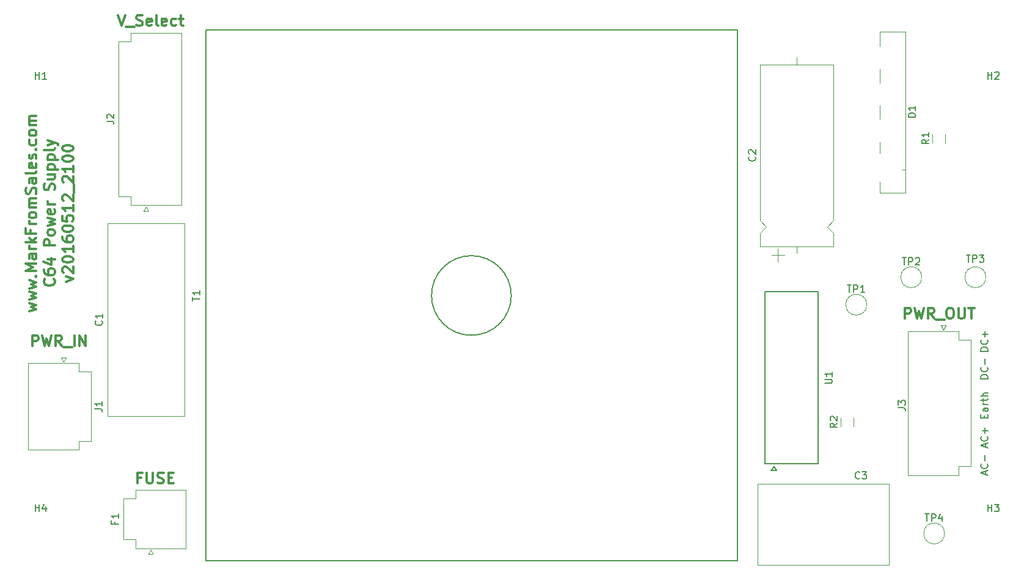
<source format=gbr>
G04 #@! TF.GenerationSoftware,KiCad,Pcbnew,(5.0.2)-1*
G04 #@! TF.CreationDate,2019-05-12T21:22:09-05:00*
G04 #@! TF.ProjectId,C64-Power-Supply,4336342d-506f-4776-9572-2d537570706c,0.1*
G04 #@! TF.SameCoordinates,Original*
G04 #@! TF.FileFunction,Legend,Top*
G04 #@! TF.FilePolarity,Positive*
%FSLAX46Y46*%
G04 Gerber Fmt 4.6, Leading zero omitted, Abs format (unit mm)*
G04 Created by KiCad (PCBNEW (5.0.2)-1) date 5/12/2019 9:22:09 PM*
%MOMM*%
%LPD*%
G01*
G04 APERTURE LIST*
%ADD10C,0.150000*%
%ADD11C,0.300000*%
%ADD12C,0.120000*%
G04 APERTURE END LIST*
D10*
X210748571Y-105854285D02*
X210748571Y-105520952D01*
X211272380Y-105378095D02*
X211272380Y-105854285D01*
X210272380Y-105854285D01*
X210272380Y-105378095D01*
X211272380Y-104520952D02*
X210748571Y-104520952D01*
X210653333Y-104568571D01*
X210605714Y-104663809D01*
X210605714Y-104854285D01*
X210653333Y-104949523D01*
X211224761Y-104520952D02*
X211272380Y-104616190D01*
X211272380Y-104854285D01*
X211224761Y-104949523D01*
X211129523Y-104997142D01*
X211034285Y-104997142D01*
X210939047Y-104949523D01*
X210891428Y-104854285D01*
X210891428Y-104616190D01*
X210843809Y-104520952D01*
X211272380Y-104044761D02*
X210605714Y-104044761D01*
X210796190Y-104044761D02*
X210700952Y-103997142D01*
X210653333Y-103949523D01*
X210605714Y-103854285D01*
X210605714Y-103759047D01*
X210605714Y-103568571D02*
X210605714Y-103187619D01*
X210272380Y-103425714D02*
X211129523Y-103425714D01*
X211224761Y-103378095D01*
X211272380Y-103282857D01*
X211272380Y-103187619D01*
X211272380Y-102854285D02*
X210272380Y-102854285D01*
X211272380Y-102425714D02*
X210748571Y-102425714D01*
X210653333Y-102473333D01*
X210605714Y-102568571D01*
X210605714Y-102711428D01*
X210653333Y-102806666D01*
X210700952Y-102854285D01*
X211272380Y-100440952D02*
X210272380Y-100440952D01*
X210272380Y-100202857D01*
X210320000Y-100060000D01*
X210415238Y-99964761D01*
X210510476Y-99917142D01*
X210700952Y-99869523D01*
X210843809Y-99869523D01*
X211034285Y-99917142D01*
X211129523Y-99964761D01*
X211224761Y-100060000D01*
X211272380Y-100202857D01*
X211272380Y-100440952D01*
X211177142Y-98869523D02*
X211224761Y-98917142D01*
X211272380Y-99060000D01*
X211272380Y-99155238D01*
X211224761Y-99298095D01*
X211129523Y-99393333D01*
X211034285Y-99440952D01*
X210843809Y-99488571D01*
X210700952Y-99488571D01*
X210510476Y-99440952D01*
X210415238Y-99393333D01*
X210320000Y-99298095D01*
X210272380Y-99155238D01*
X210272380Y-99060000D01*
X210320000Y-98917142D01*
X210367619Y-98869523D01*
X210891428Y-98440952D02*
X210891428Y-97679047D01*
X211272380Y-96630952D02*
X210272380Y-96630952D01*
X210272380Y-96392857D01*
X210320000Y-96250000D01*
X210415238Y-96154761D01*
X210510476Y-96107142D01*
X210700952Y-96059523D01*
X210843809Y-96059523D01*
X211034285Y-96107142D01*
X211129523Y-96154761D01*
X211224761Y-96250000D01*
X211272380Y-96392857D01*
X211272380Y-96630952D01*
X211177142Y-95059523D02*
X211224761Y-95107142D01*
X211272380Y-95250000D01*
X211272380Y-95345238D01*
X211224761Y-95488095D01*
X211129523Y-95583333D01*
X211034285Y-95630952D01*
X210843809Y-95678571D01*
X210700952Y-95678571D01*
X210510476Y-95630952D01*
X210415238Y-95583333D01*
X210320000Y-95488095D01*
X210272380Y-95345238D01*
X210272380Y-95250000D01*
X210320000Y-95107142D01*
X210367619Y-95059523D01*
X210891428Y-94630952D02*
X210891428Y-93869047D01*
X211272380Y-94250000D02*
X210510476Y-94250000D01*
X210986666Y-109942142D02*
X210986666Y-109465952D01*
X211272380Y-110037380D02*
X210272380Y-109704047D01*
X211272380Y-109370714D01*
X211177142Y-108465952D02*
X211224761Y-108513571D01*
X211272380Y-108656428D01*
X211272380Y-108751666D01*
X211224761Y-108894523D01*
X211129523Y-108989761D01*
X211034285Y-109037380D01*
X210843809Y-109085000D01*
X210700952Y-109085000D01*
X210510476Y-109037380D01*
X210415238Y-108989761D01*
X210320000Y-108894523D01*
X210272380Y-108751666D01*
X210272380Y-108656428D01*
X210320000Y-108513571D01*
X210367619Y-108465952D01*
X210891428Y-108037380D02*
X210891428Y-107275476D01*
X211272380Y-107656428D02*
X210510476Y-107656428D01*
X210986666Y-113752142D02*
X210986666Y-113275952D01*
X211272380Y-113847380D02*
X210272380Y-113514047D01*
X211272380Y-113180714D01*
X211177142Y-112275952D02*
X211224761Y-112323571D01*
X211272380Y-112466428D01*
X211272380Y-112561666D01*
X211224761Y-112704523D01*
X211129523Y-112799761D01*
X211034285Y-112847380D01*
X210843809Y-112895000D01*
X210700952Y-112895000D01*
X210510476Y-112847380D01*
X210415238Y-112799761D01*
X210320000Y-112704523D01*
X210272380Y-112561666D01*
X210272380Y-112466428D01*
X210320000Y-112323571D01*
X210367619Y-112275952D01*
X210891428Y-111847380D02*
X210891428Y-111085476D01*
D11*
X199755714Y-92118571D02*
X199755714Y-90618571D01*
X200327142Y-90618571D01*
X200470000Y-90690000D01*
X200541428Y-90761428D01*
X200612857Y-90904285D01*
X200612857Y-91118571D01*
X200541428Y-91261428D01*
X200470000Y-91332857D01*
X200327142Y-91404285D01*
X199755714Y-91404285D01*
X201112857Y-90618571D02*
X201470000Y-92118571D01*
X201755714Y-91047142D01*
X202041428Y-92118571D01*
X202398571Y-90618571D01*
X203827142Y-92118571D02*
X203327142Y-91404285D01*
X202970000Y-92118571D02*
X202970000Y-90618571D01*
X203541428Y-90618571D01*
X203684285Y-90690000D01*
X203755714Y-90761428D01*
X203827142Y-90904285D01*
X203827142Y-91118571D01*
X203755714Y-91261428D01*
X203684285Y-91332857D01*
X203541428Y-91404285D01*
X202970000Y-91404285D01*
X204112857Y-92261428D02*
X205255714Y-92261428D01*
X205898571Y-90618571D02*
X206184285Y-90618571D01*
X206327142Y-90690000D01*
X206470000Y-90832857D01*
X206541428Y-91118571D01*
X206541428Y-91618571D01*
X206470000Y-91904285D01*
X206327142Y-92047142D01*
X206184285Y-92118571D01*
X205898571Y-92118571D01*
X205755714Y-92047142D01*
X205612857Y-91904285D01*
X205541428Y-91618571D01*
X205541428Y-91118571D01*
X205612857Y-90832857D01*
X205755714Y-90690000D01*
X205898571Y-90618571D01*
X207184285Y-90618571D02*
X207184285Y-91832857D01*
X207255714Y-91975714D01*
X207327142Y-92047142D01*
X207470000Y-92118571D01*
X207755714Y-92118571D01*
X207898571Y-92047142D01*
X207970000Y-91975714D01*
X208041428Y-91832857D01*
X208041428Y-90618571D01*
X208541428Y-90618571D02*
X209398571Y-90618571D01*
X208970000Y-92118571D02*
X208970000Y-90618571D01*
X90714285Y-49978571D02*
X91214285Y-51478571D01*
X91714285Y-49978571D01*
X91857142Y-51621428D02*
X93000000Y-51621428D01*
X93285714Y-51407142D02*
X93500000Y-51478571D01*
X93857142Y-51478571D01*
X94000000Y-51407142D01*
X94071428Y-51335714D01*
X94142857Y-51192857D01*
X94142857Y-51050000D01*
X94071428Y-50907142D01*
X94000000Y-50835714D01*
X93857142Y-50764285D01*
X93571428Y-50692857D01*
X93428571Y-50621428D01*
X93357142Y-50550000D01*
X93285714Y-50407142D01*
X93285714Y-50264285D01*
X93357142Y-50121428D01*
X93428571Y-50050000D01*
X93571428Y-49978571D01*
X93928571Y-49978571D01*
X94142857Y-50050000D01*
X95357142Y-51407142D02*
X95214285Y-51478571D01*
X94928571Y-51478571D01*
X94785714Y-51407142D01*
X94714285Y-51264285D01*
X94714285Y-50692857D01*
X94785714Y-50550000D01*
X94928571Y-50478571D01*
X95214285Y-50478571D01*
X95357142Y-50550000D01*
X95428571Y-50692857D01*
X95428571Y-50835714D01*
X94714285Y-50978571D01*
X96285714Y-51478571D02*
X96142857Y-51407142D01*
X96071428Y-51264285D01*
X96071428Y-49978571D01*
X97428571Y-51407142D02*
X97285714Y-51478571D01*
X97000000Y-51478571D01*
X96857142Y-51407142D01*
X96785714Y-51264285D01*
X96785714Y-50692857D01*
X96857142Y-50550000D01*
X97000000Y-50478571D01*
X97285714Y-50478571D01*
X97428571Y-50550000D01*
X97500000Y-50692857D01*
X97500000Y-50835714D01*
X96785714Y-50978571D01*
X98785714Y-51407142D02*
X98642857Y-51478571D01*
X98357142Y-51478571D01*
X98214285Y-51407142D01*
X98142857Y-51335714D01*
X98071428Y-51192857D01*
X98071428Y-50764285D01*
X98142857Y-50621428D01*
X98214285Y-50550000D01*
X98357142Y-50478571D01*
X98642857Y-50478571D01*
X98785714Y-50550000D01*
X99214285Y-50478571D02*
X99785714Y-50478571D01*
X99428571Y-49978571D02*
X99428571Y-51264285D01*
X99500000Y-51407142D01*
X99642857Y-51478571D01*
X99785714Y-51478571D01*
X93920714Y-114192857D02*
X93420714Y-114192857D01*
X93420714Y-114978571D02*
X93420714Y-113478571D01*
X94135000Y-113478571D01*
X94706428Y-113478571D02*
X94706428Y-114692857D01*
X94777857Y-114835714D01*
X94849285Y-114907142D01*
X94992142Y-114978571D01*
X95277857Y-114978571D01*
X95420714Y-114907142D01*
X95492142Y-114835714D01*
X95563571Y-114692857D01*
X95563571Y-113478571D01*
X96206428Y-114907142D02*
X96420714Y-114978571D01*
X96777857Y-114978571D01*
X96920714Y-114907142D01*
X96992142Y-114835714D01*
X97063571Y-114692857D01*
X97063571Y-114550000D01*
X96992142Y-114407142D01*
X96920714Y-114335714D01*
X96777857Y-114264285D01*
X96492142Y-114192857D01*
X96349285Y-114121428D01*
X96277857Y-114050000D01*
X96206428Y-113907142D01*
X96206428Y-113764285D01*
X96277857Y-113621428D01*
X96349285Y-113550000D01*
X96492142Y-113478571D01*
X96849285Y-113478571D01*
X97063571Y-113550000D01*
X97706428Y-114192857D02*
X98206428Y-114192857D01*
X98420714Y-114978571D02*
X97706428Y-114978571D01*
X97706428Y-113478571D01*
X98420714Y-113478571D01*
X78835714Y-95928571D02*
X78835714Y-94428571D01*
X79407142Y-94428571D01*
X79550000Y-94500000D01*
X79621428Y-94571428D01*
X79692857Y-94714285D01*
X79692857Y-94928571D01*
X79621428Y-95071428D01*
X79550000Y-95142857D01*
X79407142Y-95214285D01*
X78835714Y-95214285D01*
X80192857Y-94428571D02*
X80550000Y-95928571D01*
X80835714Y-94857142D01*
X81121428Y-95928571D01*
X81478571Y-94428571D01*
X82907142Y-95928571D02*
X82407142Y-95214285D01*
X82050000Y-95928571D02*
X82050000Y-94428571D01*
X82621428Y-94428571D01*
X82764285Y-94500000D01*
X82835714Y-94571428D01*
X82907142Y-94714285D01*
X82907142Y-94928571D01*
X82835714Y-95071428D01*
X82764285Y-95142857D01*
X82621428Y-95214285D01*
X82050000Y-95214285D01*
X83192857Y-96071428D02*
X84335714Y-96071428D01*
X84692857Y-95928571D02*
X84692857Y-94428571D01*
X85407142Y-95928571D02*
X85407142Y-94428571D01*
X86264285Y-95928571D01*
X86264285Y-94428571D01*
X78408571Y-91077142D02*
X79408571Y-90791428D01*
X78694285Y-90505714D01*
X79408571Y-90220000D01*
X78408571Y-89934285D01*
X78408571Y-89505714D02*
X79408571Y-89220000D01*
X78694285Y-88934285D01*
X79408571Y-88648571D01*
X78408571Y-88362857D01*
X78408571Y-87934285D02*
X79408571Y-87648571D01*
X78694285Y-87362857D01*
X79408571Y-87077142D01*
X78408571Y-86791428D01*
X79265714Y-86220000D02*
X79337142Y-86148571D01*
X79408571Y-86220000D01*
X79337142Y-86291428D01*
X79265714Y-86220000D01*
X79408571Y-86220000D01*
X79408571Y-85505714D02*
X77908571Y-85505714D01*
X78980000Y-85005714D01*
X77908571Y-84505714D01*
X79408571Y-84505714D01*
X79408571Y-83148571D02*
X78622857Y-83148571D01*
X78480000Y-83220000D01*
X78408571Y-83362857D01*
X78408571Y-83648571D01*
X78480000Y-83791428D01*
X79337142Y-83148571D02*
X79408571Y-83291428D01*
X79408571Y-83648571D01*
X79337142Y-83791428D01*
X79194285Y-83862857D01*
X79051428Y-83862857D01*
X78908571Y-83791428D01*
X78837142Y-83648571D01*
X78837142Y-83291428D01*
X78765714Y-83148571D01*
X79408571Y-82434285D02*
X78408571Y-82434285D01*
X78694285Y-82434285D02*
X78551428Y-82362857D01*
X78480000Y-82291428D01*
X78408571Y-82148571D01*
X78408571Y-82005714D01*
X79408571Y-81505714D02*
X77908571Y-81505714D01*
X78837142Y-81362857D02*
X79408571Y-80934285D01*
X78408571Y-80934285D02*
X78980000Y-81505714D01*
X78622857Y-79791428D02*
X78622857Y-80291428D01*
X79408571Y-80291428D02*
X77908571Y-80291428D01*
X77908571Y-79577142D01*
X79408571Y-79005714D02*
X78408571Y-79005714D01*
X78694285Y-79005714D02*
X78551428Y-78934285D01*
X78480000Y-78862857D01*
X78408571Y-78720000D01*
X78408571Y-78577142D01*
X79408571Y-77862857D02*
X79337142Y-78005714D01*
X79265714Y-78077142D01*
X79122857Y-78148571D01*
X78694285Y-78148571D01*
X78551428Y-78077142D01*
X78480000Y-78005714D01*
X78408571Y-77862857D01*
X78408571Y-77648571D01*
X78480000Y-77505714D01*
X78551428Y-77434285D01*
X78694285Y-77362857D01*
X79122857Y-77362857D01*
X79265714Y-77434285D01*
X79337142Y-77505714D01*
X79408571Y-77648571D01*
X79408571Y-77862857D01*
X79408571Y-76720000D02*
X78408571Y-76720000D01*
X78551428Y-76720000D02*
X78480000Y-76648571D01*
X78408571Y-76505714D01*
X78408571Y-76291428D01*
X78480000Y-76148571D01*
X78622857Y-76077142D01*
X79408571Y-76077142D01*
X78622857Y-76077142D02*
X78480000Y-76005714D01*
X78408571Y-75862857D01*
X78408571Y-75648571D01*
X78480000Y-75505714D01*
X78622857Y-75434285D01*
X79408571Y-75434285D01*
X79337142Y-74791428D02*
X79408571Y-74577142D01*
X79408571Y-74220000D01*
X79337142Y-74077142D01*
X79265714Y-74005714D01*
X79122857Y-73934285D01*
X78980000Y-73934285D01*
X78837142Y-74005714D01*
X78765714Y-74077142D01*
X78694285Y-74220000D01*
X78622857Y-74505714D01*
X78551428Y-74648571D01*
X78480000Y-74720000D01*
X78337142Y-74791428D01*
X78194285Y-74791428D01*
X78051428Y-74720000D01*
X77980000Y-74648571D01*
X77908571Y-74505714D01*
X77908571Y-74148571D01*
X77980000Y-73934285D01*
X79408571Y-72648571D02*
X78622857Y-72648571D01*
X78480000Y-72720000D01*
X78408571Y-72862857D01*
X78408571Y-73148571D01*
X78480000Y-73291428D01*
X79337142Y-72648571D02*
X79408571Y-72791428D01*
X79408571Y-73148571D01*
X79337142Y-73291428D01*
X79194285Y-73362857D01*
X79051428Y-73362857D01*
X78908571Y-73291428D01*
X78837142Y-73148571D01*
X78837142Y-72791428D01*
X78765714Y-72648571D01*
X79408571Y-71720000D02*
X79337142Y-71862857D01*
X79194285Y-71934285D01*
X77908571Y-71934285D01*
X79337142Y-70577142D02*
X79408571Y-70720000D01*
X79408571Y-71005714D01*
X79337142Y-71148571D01*
X79194285Y-71220000D01*
X78622857Y-71220000D01*
X78480000Y-71148571D01*
X78408571Y-71005714D01*
X78408571Y-70720000D01*
X78480000Y-70577142D01*
X78622857Y-70505714D01*
X78765714Y-70505714D01*
X78908571Y-71220000D01*
X79337142Y-69934285D02*
X79408571Y-69791428D01*
X79408571Y-69505714D01*
X79337142Y-69362857D01*
X79194285Y-69291428D01*
X79122857Y-69291428D01*
X78980000Y-69362857D01*
X78908571Y-69505714D01*
X78908571Y-69720000D01*
X78837142Y-69862857D01*
X78694285Y-69934285D01*
X78622857Y-69934285D01*
X78480000Y-69862857D01*
X78408571Y-69720000D01*
X78408571Y-69505714D01*
X78480000Y-69362857D01*
X79265714Y-68648571D02*
X79337142Y-68577142D01*
X79408571Y-68648571D01*
X79337142Y-68720000D01*
X79265714Y-68648571D01*
X79408571Y-68648571D01*
X79337142Y-67291428D02*
X79408571Y-67434285D01*
X79408571Y-67720000D01*
X79337142Y-67862857D01*
X79265714Y-67934285D01*
X79122857Y-68005714D01*
X78694285Y-68005714D01*
X78551428Y-67934285D01*
X78480000Y-67862857D01*
X78408571Y-67720000D01*
X78408571Y-67434285D01*
X78480000Y-67291428D01*
X79408571Y-66434285D02*
X79337142Y-66577142D01*
X79265714Y-66648571D01*
X79122857Y-66720000D01*
X78694285Y-66720000D01*
X78551428Y-66648571D01*
X78480000Y-66577142D01*
X78408571Y-66434285D01*
X78408571Y-66220000D01*
X78480000Y-66077142D01*
X78551428Y-66005714D01*
X78694285Y-65934285D01*
X79122857Y-65934285D01*
X79265714Y-66005714D01*
X79337142Y-66077142D01*
X79408571Y-66220000D01*
X79408571Y-66434285D01*
X79408571Y-65291428D02*
X78408571Y-65291428D01*
X78551428Y-65291428D02*
X78480000Y-65220000D01*
X78408571Y-65077142D01*
X78408571Y-64862857D01*
X78480000Y-64720000D01*
X78622857Y-64648571D01*
X79408571Y-64648571D01*
X78622857Y-64648571D02*
X78480000Y-64577142D01*
X78408571Y-64434285D01*
X78408571Y-64220000D01*
X78480000Y-64077142D01*
X78622857Y-64005714D01*
X79408571Y-64005714D01*
X81815714Y-86612857D02*
X81887142Y-86684285D01*
X81958571Y-86898571D01*
X81958571Y-87041428D01*
X81887142Y-87255714D01*
X81744285Y-87398571D01*
X81601428Y-87470000D01*
X81315714Y-87541428D01*
X81101428Y-87541428D01*
X80815714Y-87470000D01*
X80672857Y-87398571D01*
X80530000Y-87255714D01*
X80458571Y-87041428D01*
X80458571Y-86898571D01*
X80530000Y-86684285D01*
X80601428Y-86612857D01*
X80458571Y-85327142D02*
X80458571Y-85612857D01*
X80530000Y-85755714D01*
X80601428Y-85827142D01*
X80815714Y-85970000D01*
X81101428Y-86041428D01*
X81672857Y-86041428D01*
X81815714Y-85970000D01*
X81887142Y-85898571D01*
X81958571Y-85755714D01*
X81958571Y-85470000D01*
X81887142Y-85327142D01*
X81815714Y-85255714D01*
X81672857Y-85184285D01*
X81315714Y-85184285D01*
X81172857Y-85255714D01*
X81101428Y-85327142D01*
X81030000Y-85470000D01*
X81030000Y-85755714D01*
X81101428Y-85898571D01*
X81172857Y-85970000D01*
X81315714Y-86041428D01*
X80958571Y-83898571D02*
X81958571Y-83898571D01*
X80387142Y-84255714D02*
X81458571Y-84612857D01*
X81458571Y-83684285D01*
X81958571Y-81970000D02*
X80458571Y-81970000D01*
X80458571Y-81398571D01*
X80530000Y-81255714D01*
X80601428Y-81184285D01*
X80744285Y-81112857D01*
X80958571Y-81112857D01*
X81101428Y-81184285D01*
X81172857Y-81255714D01*
X81244285Y-81398571D01*
X81244285Y-81970000D01*
X81958571Y-80255714D02*
X81887142Y-80398571D01*
X81815714Y-80470000D01*
X81672857Y-80541428D01*
X81244285Y-80541428D01*
X81101428Y-80470000D01*
X81030000Y-80398571D01*
X80958571Y-80255714D01*
X80958571Y-80041428D01*
X81030000Y-79898571D01*
X81101428Y-79827142D01*
X81244285Y-79755714D01*
X81672857Y-79755714D01*
X81815714Y-79827142D01*
X81887142Y-79898571D01*
X81958571Y-80041428D01*
X81958571Y-80255714D01*
X80958571Y-79255714D02*
X81958571Y-78970000D01*
X81244285Y-78684285D01*
X81958571Y-78398571D01*
X80958571Y-78112857D01*
X81887142Y-76970000D02*
X81958571Y-77112857D01*
X81958571Y-77398571D01*
X81887142Y-77541428D01*
X81744285Y-77612857D01*
X81172857Y-77612857D01*
X81030000Y-77541428D01*
X80958571Y-77398571D01*
X80958571Y-77112857D01*
X81030000Y-76970000D01*
X81172857Y-76898571D01*
X81315714Y-76898571D01*
X81458571Y-77612857D01*
X81958571Y-76255714D02*
X80958571Y-76255714D01*
X81244285Y-76255714D02*
X81101428Y-76184285D01*
X81030000Y-76112857D01*
X80958571Y-75970000D01*
X80958571Y-75827142D01*
X81887142Y-74255714D02*
X81958571Y-74041428D01*
X81958571Y-73684285D01*
X81887142Y-73541428D01*
X81815714Y-73470000D01*
X81672857Y-73398571D01*
X81530000Y-73398571D01*
X81387142Y-73470000D01*
X81315714Y-73541428D01*
X81244285Y-73684285D01*
X81172857Y-73970000D01*
X81101428Y-74112857D01*
X81030000Y-74184285D01*
X80887142Y-74255714D01*
X80744285Y-74255714D01*
X80601428Y-74184285D01*
X80530000Y-74112857D01*
X80458571Y-73970000D01*
X80458571Y-73612857D01*
X80530000Y-73398571D01*
X80958571Y-72112857D02*
X81958571Y-72112857D01*
X80958571Y-72755714D02*
X81744285Y-72755714D01*
X81887142Y-72684285D01*
X81958571Y-72541428D01*
X81958571Y-72327142D01*
X81887142Y-72184285D01*
X81815714Y-72112857D01*
X80958571Y-71398571D02*
X82458571Y-71398571D01*
X81030000Y-71398571D02*
X80958571Y-71255714D01*
X80958571Y-70970000D01*
X81030000Y-70827142D01*
X81101428Y-70755714D01*
X81244285Y-70684285D01*
X81672857Y-70684285D01*
X81815714Y-70755714D01*
X81887142Y-70827142D01*
X81958571Y-70970000D01*
X81958571Y-71255714D01*
X81887142Y-71398571D01*
X80958571Y-70041428D02*
X82458571Y-70041428D01*
X81030000Y-70041428D02*
X80958571Y-69898571D01*
X80958571Y-69612857D01*
X81030000Y-69470000D01*
X81101428Y-69398571D01*
X81244285Y-69327142D01*
X81672857Y-69327142D01*
X81815714Y-69398571D01*
X81887142Y-69470000D01*
X81958571Y-69612857D01*
X81958571Y-69898571D01*
X81887142Y-70041428D01*
X81958571Y-68470000D02*
X81887142Y-68612857D01*
X81744285Y-68684285D01*
X80458571Y-68684285D01*
X80958571Y-68041428D02*
X81958571Y-67684285D01*
X80958571Y-67327142D02*
X81958571Y-67684285D01*
X82315714Y-67827142D01*
X82387142Y-67898571D01*
X82458571Y-68041428D01*
X83508571Y-86970000D02*
X84508571Y-86612857D01*
X83508571Y-86255714D01*
X83151428Y-85755714D02*
X83080000Y-85684285D01*
X83008571Y-85541428D01*
X83008571Y-85184285D01*
X83080000Y-85041428D01*
X83151428Y-84970000D01*
X83294285Y-84898571D01*
X83437142Y-84898571D01*
X83651428Y-84970000D01*
X84508571Y-85827142D01*
X84508571Y-84898571D01*
X83008571Y-83970000D02*
X83008571Y-83827142D01*
X83080000Y-83684285D01*
X83151428Y-83612857D01*
X83294285Y-83541428D01*
X83580000Y-83470000D01*
X83937142Y-83470000D01*
X84222857Y-83541428D01*
X84365714Y-83612857D01*
X84437142Y-83684285D01*
X84508571Y-83827142D01*
X84508571Y-83970000D01*
X84437142Y-84112857D01*
X84365714Y-84184285D01*
X84222857Y-84255714D01*
X83937142Y-84327142D01*
X83580000Y-84327142D01*
X83294285Y-84255714D01*
X83151428Y-84184285D01*
X83080000Y-84112857D01*
X83008571Y-83970000D01*
X84508571Y-82041428D02*
X84508571Y-82898571D01*
X84508571Y-82470000D02*
X83008571Y-82470000D01*
X83222857Y-82612857D01*
X83365714Y-82755714D01*
X83437142Y-82898571D01*
X83008571Y-80755714D02*
X83008571Y-81041428D01*
X83080000Y-81184285D01*
X83151428Y-81255714D01*
X83365714Y-81398571D01*
X83651428Y-81470000D01*
X84222857Y-81470000D01*
X84365714Y-81398571D01*
X84437142Y-81327142D01*
X84508571Y-81184285D01*
X84508571Y-80898571D01*
X84437142Y-80755714D01*
X84365714Y-80684285D01*
X84222857Y-80612857D01*
X83865714Y-80612857D01*
X83722857Y-80684285D01*
X83651428Y-80755714D01*
X83580000Y-80898571D01*
X83580000Y-81184285D01*
X83651428Y-81327142D01*
X83722857Y-81398571D01*
X83865714Y-81470000D01*
X83008571Y-79684285D02*
X83008571Y-79541428D01*
X83080000Y-79398571D01*
X83151428Y-79327142D01*
X83294285Y-79255714D01*
X83580000Y-79184285D01*
X83937142Y-79184285D01*
X84222857Y-79255714D01*
X84365714Y-79327142D01*
X84437142Y-79398571D01*
X84508571Y-79541428D01*
X84508571Y-79684285D01*
X84437142Y-79827142D01*
X84365714Y-79898571D01*
X84222857Y-79970000D01*
X83937142Y-80041428D01*
X83580000Y-80041428D01*
X83294285Y-79970000D01*
X83151428Y-79898571D01*
X83080000Y-79827142D01*
X83008571Y-79684285D01*
X83008571Y-77827142D02*
X83008571Y-78541428D01*
X83722857Y-78612857D01*
X83651428Y-78541428D01*
X83580000Y-78398571D01*
X83580000Y-78041428D01*
X83651428Y-77898571D01*
X83722857Y-77827142D01*
X83865714Y-77755714D01*
X84222857Y-77755714D01*
X84365714Y-77827142D01*
X84437142Y-77898571D01*
X84508571Y-78041428D01*
X84508571Y-78398571D01*
X84437142Y-78541428D01*
X84365714Y-78612857D01*
X84508571Y-76327142D02*
X84508571Y-77184285D01*
X84508571Y-76755714D02*
X83008571Y-76755714D01*
X83222857Y-76898571D01*
X83365714Y-77041428D01*
X83437142Y-77184285D01*
X83151428Y-75755714D02*
X83080000Y-75684285D01*
X83008571Y-75541428D01*
X83008571Y-75184285D01*
X83080000Y-75041428D01*
X83151428Y-74970000D01*
X83294285Y-74898571D01*
X83437142Y-74898571D01*
X83651428Y-74970000D01*
X84508571Y-75827142D01*
X84508571Y-74898571D01*
X84651428Y-74612857D02*
X84651428Y-73470000D01*
X83151428Y-73184285D02*
X83080000Y-73112857D01*
X83008571Y-72970000D01*
X83008571Y-72612857D01*
X83080000Y-72470000D01*
X83151428Y-72398571D01*
X83294285Y-72327142D01*
X83437142Y-72327142D01*
X83651428Y-72398571D01*
X84508571Y-73255714D01*
X84508571Y-72327142D01*
X84508571Y-70898571D02*
X84508571Y-71755714D01*
X84508571Y-71327142D02*
X83008571Y-71327142D01*
X83222857Y-71470000D01*
X83365714Y-71612857D01*
X83437142Y-71755714D01*
X83008571Y-69970000D02*
X83008571Y-69827142D01*
X83080000Y-69684285D01*
X83151428Y-69612857D01*
X83294285Y-69541428D01*
X83580000Y-69470000D01*
X83937142Y-69470000D01*
X84222857Y-69541428D01*
X84365714Y-69612857D01*
X84437142Y-69684285D01*
X84508571Y-69827142D01*
X84508571Y-69970000D01*
X84437142Y-70112857D01*
X84365714Y-70184285D01*
X84222857Y-70255714D01*
X83937142Y-70327142D01*
X83580000Y-70327142D01*
X83294285Y-70255714D01*
X83151428Y-70184285D01*
X83080000Y-70112857D01*
X83008571Y-69970000D01*
X83008571Y-68541428D02*
X83008571Y-68398571D01*
X83080000Y-68255714D01*
X83151428Y-68184285D01*
X83294285Y-68112857D01*
X83580000Y-68041428D01*
X83937142Y-68041428D01*
X84222857Y-68112857D01*
X84365714Y-68184285D01*
X84437142Y-68255714D01*
X84508571Y-68398571D01*
X84508571Y-68541428D01*
X84437142Y-68684285D01*
X84365714Y-68755714D01*
X84222857Y-68827142D01*
X83937142Y-68898571D01*
X83580000Y-68898571D01*
X83294285Y-68827142D01*
X83151428Y-68755714D01*
X83080000Y-68684285D01*
X83008571Y-68541428D01*
D12*
G04 #@! TO.C,J1*
X78275000Y-98270000D02*
X85295000Y-98270000D01*
X85295000Y-98270000D02*
X85295000Y-99470000D01*
X85295000Y-99470000D02*
X86995000Y-99470000D01*
X86995000Y-99470000D02*
X86995000Y-109110000D01*
X86995000Y-109110000D02*
X85295000Y-109110000D01*
X85295000Y-109110000D02*
X85295000Y-110310000D01*
X85295000Y-110310000D02*
X78275000Y-110310000D01*
X78275000Y-110310000D02*
X78275000Y-98270000D01*
X83185000Y-98070000D02*
X82885000Y-97470000D01*
X82885000Y-97470000D02*
X83485000Y-97470000D01*
X83485000Y-97470000D02*
X83185000Y-98070000D01*
G04 #@! TO.C,C1*
X89245000Y-105625000D02*
X89245000Y-78885000D01*
X99985000Y-105625000D02*
X99985000Y-78885000D01*
X89245000Y-105625000D02*
X99985000Y-105625000D01*
X89245000Y-78885000D02*
X99985000Y-78885000D01*
G04 #@! TO.C,C2*
X182185000Y-84175000D02*
X182185000Y-82375000D01*
X181285000Y-83275000D02*
X183085000Y-83275000D01*
X179665000Y-82075000D02*
X189905000Y-82075000D01*
X179665000Y-56835000D02*
X189905000Y-56835000D01*
X179665000Y-82075000D02*
X179665000Y-80275000D01*
X179665000Y-80275000D02*
X180565000Y-79375000D01*
X180565000Y-79375000D02*
X179665000Y-78475000D01*
X179665000Y-78475000D02*
X179665000Y-56835000D01*
X189905000Y-82075000D02*
X189905000Y-80275000D01*
X189905000Y-80275000D02*
X189005000Y-79375000D01*
X189005000Y-79375000D02*
X189905000Y-78475000D01*
X189905000Y-78475000D02*
X189905000Y-56835000D01*
X184785000Y-83015000D02*
X184785000Y-82075000D01*
X184785000Y-55895000D02*
X184785000Y-56835000D01*
G04 #@! TO.C,D1*
X199885000Y-71420000D02*
X199385000Y-71420000D01*
X199885000Y-74620000D02*
X196285000Y-74620000D01*
X199885000Y-52320000D02*
X199885000Y-74620000D01*
X196285000Y-52320000D02*
X199885000Y-52320000D01*
X196285000Y-54320000D02*
X196285000Y-52320000D01*
X196285000Y-59420000D02*
X196285000Y-57420000D01*
X196285000Y-64420000D02*
X196285000Y-62520000D01*
X196285000Y-69120000D02*
X196285000Y-67620000D01*
X196285000Y-74620000D02*
X196285000Y-73120000D01*
G04 #@! TO.C,F1*
X100160000Y-123980000D02*
X93140000Y-123980000D01*
X93140000Y-123980000D02*
X93140000Y-122780000D01*
X93140000Y-122780000D02*
X91440000Y-122780000D01*
X91440000Y-122780000D02*
X91440000Y-117100000D01*
X91440000Y-117100000D02*
X93140000Y-117100000D01*
X93140000Y-117100000D02*
X93140000Y-115900000D01*
X93140000Y-115900000D02*
X100160000Y-115900000D01*
X100160000Y-115900000D02*
X100160000Y-123980000D01*
X95250000Y-124180000D02*
X95550000Y-124780000D01*
X95550000Y-124780000D02*
X94950000Y-124780000D01*
X94950000Y-124780000D02*
X95250000Y-124180000D01*
G04 #@! TO.C,J2*
X99525000Y-76355000D02*
X92505000Y-76355000D01*
X92505000Y-76355000D02*
X92505000Y-75155000D01*
X92505000Y-75155000D02*
X90805000Y-75155000D01*
X90805000Y-75155000D02*
X90805000Y-53635000D01*
X90805000Y-53635000D02*
X92505000Y-53635000D01*
X92505000Y-53635000D02*
X92505000Y-52435000D01*
X92505000Y-52435000D02*
X99525000Y-52435000D01*
X99525000Y-52435000D02*
X99525000Y-76355000D01*
X94615000Y-76555000D02*
X94915000Y-77155000D01*
X94915000Y-77155000D02*
X94315000Y-77155000D01*
X94315000Y-77155000D02*
X94615000Y-76555000D01*
G04 #@! TO.C,R1*
X203560000Y-67694564D02*
X203560000Y-66490436D01*
X205380000Y-67694564D02*
X205380000Y-66490436D01*
G04 #@! TO.C,TP1*
X194490000Y-90170000D02*
G75*
G03X194490000Y-90170000I-1450000J0D01*
G01*
G04 #@! TO.C,TP2*
X202110000Y-86360000D02*
G75*
G03X202110000Y-86360000I-1450000J0D01*
G01*
G04 #@! TO.C,TP3*
X211000000Y-86360000D02*
G75*
G03X211000000Y-86360000I-1450000J0D01*
G01*
G04 #@! TO.C,J3*
X200195000Y-93860000D02*
X207215000Y-93860000D01*
X207215000Y-93860000D02*
X207215000Y-95060000D01*
X207215000Y-95060000D02*
X208915000Y-95060000D01*
X208915000Y-95060000D02*
X208915000Y-112620000D01*
X208915000Y-112620000D02*
X207215000Y-112620000D01*
X207215000Y-112620000D02*
X207215000Y-113820000D01*
X207215000Y-113820000D02*
X200195000Y-113820000D01*
X200195000Y-113820000D02*
X200195000Y-93860000D01*
X205105000Y-93660000D02*
X204805000Y-93060000D01*
X204805000Y-93060000D02*
X205405000Y-93060000D01*
X205405000Y-93060000D02*
X205105000Y-93660000D01*
G04 #@! TO.C,R2*
X190860000Y-107064564D02*
X190860000Y-105860436D01*
X192680000Y-107064564D02*
X192680000Y-105860436D01*
G04 #@! TO.C,TP4*
X205285000Y-121920000D02*
G75*
G03X205285000Y-121920000I-1450000J0D01*
G01*
G04 #@! TO.C,C3*
X179355000Y-115030000D02*
X197595000Y-115030000D01*
X179355000Y-126270000D02*
X197595000Y-126270000D01*
X179355000Y-115030000D02*
X179355000Y-126270000D01*
X197595000Y-115030000D02*
X197595000Y-126270000D01*
D10*
G04 #@! TO.C,U1*
X180340000Y-88392000D02*
X180340000Y-112268000D01*
X180340000Y-112268000D02*
X187706000Y-112268000D01*
X187706000Y-112268000D02*
X187706000Y-88392000D01*
X187706000Y-88392000D02*
X180340000Y-88392000D01*
X181610000Y-112649000D02*
X181991000Y-113157000D01*
X181991000Y-113157000D02*
X181229000Y-113157000D01*
X181229000Y-113157000D02*
X181610000Y-112649000D01*
G04 #@! TO.C,T1*
X102870000Y-125730000D02*
X102870000Y-52070000D01*
X102870000Y-52070000D02*
X176530000Y-52070000D01*
X176530000Y-52070000D02*
X176530000Y-125730000D01*
X176530000Y-125730000D02*
X102870000Y-125730000D01*
X145226762Y-88900000D02*
G75*
G03X145226762Y-88900000I-5526762J0D01*
G01*
G04 #@! TO.C,J1*
X87537380Y-104623333D02*
X88251666Y-104623333D01*
X88394523Y-104670952D01*
X88489761Y-104766190D01*
X88537380Y-104909047D01*
X88537380Y-105004285D01*
X88537380Y-103623333D02*
X88537380Y-104194761D01*
X88537380Y-103909047D02*
X87537380Y-103909047D01*
X87680238Y-104004285D01*
X87775476Y-104099523D01*
X87823095Y-104194761D01*
G04 #@! TO.C,C1*
X88472142Y-92421666D02*
X88519761Y-92469285D01*
X88567380Y-92612142D01*
X88567380Y-92707380D01*
X88519761Y-92850238D01*
X88424523Y-92945476D01*
X88329285Y-92993095D01*
X88138809Y-93040714D01*
X87995952Y-93040714D01*
X87805476Y-92993095D01*
X87710238Y-92945476D01*
X87615000Y-92850238D01*
X87567380Y-92707380D01*
X87567380Y-92612142D01*
X87615000Y-92469285D01*
X87662619Y-92421666D01*
X88567380Y-91469285D02*
X88567380Y-92040714D01*
X88567380Y-91755000D02*
X87567380Y-91755000D01*
X87710238Y-91850238D01*
X87805476Y-91945476D01*
X87853095Y-92040714D01*
G04 #@! TO.C,C2*
X179022142Y-69621666D02*
X179069761Y-69669285D01*
X179117380Y-69812142D01*
X179117380Y-69907380D01*
X179069761Y-70050238D01*
X178974523Y-70145476D01*
X178879285Y-70193095D01*
X178688809Y-70240714D01*
X178545952Y-70240714D01*
X178355476Y-70193095D01*
X178260238Y-70145476D01*
X178165000Y-70050238D01*
X178117380Y-69907380D01*
X178117380Y-69812142D01*
X178165000Y-69669285D01*
X178212619Y-69621666D01*
X178212619Y-69240714D02*
X178165000Y-69193095D01*
X178117380Y-69097857D01*
X178117380Y-68859761D01*
X178165000Y-68764523D01*
X178212619Y-68716904D01*
X178307857Y-68669285D01*
X178403095Y-68669285D01*
X178545952Y-68716904D01*
X179117380Y-69288333D01*
X179117380Y-68669285D01*
G04 #@! TO.C,D1*
X201237380Y-64158095D02*
X200237380Y-64158095D01*
X200237380Y-63920000D01*
X200285000Y-63777142D01*
X200380238Y-63681904D01*
X200475476Y-63634285D01*
X200665952Y-63586666D01*
X200808809Y-63586666D01*
X200999285Y-63634285D01*
X201094523Y-63681904D01*
X201189761Y-63777142D01*
X201237380Y-63920000D01*
X201237380Y-64158095D01*
X201237380Y-62634285D02*
X201237380Y-63205714D01*
X201237380Y-62920000D02*
X200237380Y-62920000D01*
X200380238Y-63015238D01*
X200475476Y-63110476D01*
X200523095Y-63205714D01*
G04 #@! TO.C,F1*
X90278571Y-120273333D02*
X90278571Y-120606666D01*
X90802380Y-120606666D02*
X89802380Y-120606666D01*
X89802380Y-120130476D01*
X90802380Y-119225714D02*
X90802380Y-119797142D01*
X90802380Y-119511428D02*
X89802380Y-119511428D01*
X89945238Y-119606666D01*
X90040476Y-119701904D01*
X90088095Y-119797142D01*
G04 #@! TO.C,J2*
X89167380Y-64728333D02*
X89881666Y-64728333D01*
X90024523Y-64775952D01*
X90119761Y-64871190D01*
X90167380Y-65014047D01*
X90167380Y-65109285D01*
X89262619Y-64299761D02*
X89215000Y-64252142D01*
X89167380Y-64156904D01*
X89167380Y-63918809D01*
X89215000Y-63823571D01*
X89262619Y-63775952D01*
X89357857Y-63728333D01*
X89453095Y-63728333D01*
X89595952Y-63775952D01*
X90167380Y-64347380D01*
X90167380Y-63728333D01*
G04 #@! TO.C,R1*
X203102380Y-67259166D02*
X202626190Y-67592500D01*
X203102380Y-67830595D02*
X202102380Y-67830595D01*
X202102380Y-67449642D01*
X202150000Y-67354404D01*
X202197619Y-67306785D01*
X202292857Y-67259166D01*
X202435714Y-67259166D01*
X202530952Y-67306785D01*
X202578571Y-67354404D01*
X202626190Y-67449642D01*
X202626190Y-67830595D01*
X203102380Y-66306785D02*
X203102380Y-66878214D01*
X203102380Y-66592500D02*
X202102380Y-66592500D01*
X202245238Y-66687738D01*
X202340476Y-66782976D01*
X202388095Y-66878214D01*
G04 #@! TO.C,H1*
X79248095Y-58872380D02*
X79248095Y-57872380D01*
X79248095Y-58348571D02*
X79819523Y-58348571D01*
X79819523Y-58872380D02*
X79819523Y-57872380D01*
X80819523Y-58872380D02*
X80248095Y-58872380D01*
X80533809Y-58872380D02*
X80533809Y-57872380D01*
X80438571Y-58015238D01*
X80343333Y-58110476D01*
X80248095Y-58158095D01*
G04 #@! TO.C,H2*
X211248095Y-58872380D02*
X211248095Y-57872380D01*
X211248095Y-58348571D02*
X211819523Y-58348571D01*
X211819523Y-58872380D02*
X211819523Y-57872380D01*
X212248095Y-57967619D02*
X212295714Y-57920000D01*
X212390952Y-57872380D01*
X212629047Y-57872380D01*
X212724285Y-57920000D01*
X212771904Y-57967619D01*
X212819523Y-58062857D01*
X212819523Y-58158095D01*
X212771904Y-58300952D01*
X212200476Y-58872380D01*
X212819523Y-58872380D01*
G04 #@! TO.C,H3*
X211248095Y-118872380D02*
X211248095Y-117872380D01*
X211248095Y-118348571D02*
X211819523Y-118348571D01*
X211819523Y-118872380D02*
X211819523Y-117872380D01*
X212200476Y-117872380D02*
X212819523Y-117872380D01*
X212486190Y-118253333D01*
X212629047Y-118253333D01*
X212724285Y-118300952D01*
X212771904Y-118348571D01*
X212819523Y-118443809D01*
X212819523Y-118681904D01*
X212771904Y-118777142D01*
X212724285Y-118824761D01*
X212629047Y-118872380D01*
X212343333Y-118872380D01*
X212248095Y-118824761D01*
X212200476Y-118777142D01*
G04 #@! TO.C,H4*
X79248095Y-118872380D02*
X79248095Y-117872380D01*
X79248095Y-118348571D02*
X79819523Y-118348571D01*
X79819523Y-118872380D02*
X79819523Y-117872380D01*
X80724285Y-118205714D02*
X80724285Y-118872380D01*
X80486190Y-117824761D02*
X80248095Y-118539047D01*
X80867142Y-118539047D01*
G04 #@! TO.C,TP1*
X191778095Y-87474380D02*
X192349523Y-87474380D01*
X192063809Y-88474380D02*
X192063809Y-87474380D01*
X192682857Y-88474380D02*
X192682857Y-87474380D01*
X193063809Y-87474380D01*
X193159047Y-87522000D01*
X193206666Y-87569619D01*
X193254285Y-87664857D01*
X193254285Y-87807714D01*
X193206666Y-87902952D01*
X193159047Y-87950571D01*
X193063809Y-87998190D01*
X192682857Y-87998190D01*
X194206666Y-88474380D02*
X193635238Y-88474380D01*
X193920952Y-88474380D02*
X193920952Y-87474380D01*
X193825714Y-87617238D01*
X193730476Y-87712476D01*
X193635238Y-87760095D01*
G04 #@! TO.C,TP2*
X199398095Y-83664380D02*
X199969523Y-83664380D01*
X199683809Y-84664380D02*
X199683809Y-83664380D01*
X200302857Y-84664380D02*
X200302857Y-83664380D01*
X200683809Y-83664380D01*
X200779047Y-83712000D01*
X200826666Y-83759619D01*
X200874285Y-83854857D01*
X200874285Y-83997714D01*
X200826666Y-84092952D01*
X200779047Y-84140571D01*
X200683809Y-84188190D01*
X200302857Y-84188190D01*
X201255238Y-83759619D02*
X201302857Y-83712000D01*
X201398095Y-83664380D01*
X201636190Y-83664380D01*
X201731428Y-83712000D01*
X201779047Y-83759619D01*
X201826666Y-83854857D01*
X201826666Y-83950095D01*
X201779047Y-84092952D01*
X201207619Y-84664380D01*
X201826666Y-84664380D01*
G04 #@! TO.C,TP3*
X208288095Y-83272380D02*
X208859523Y-83272380D01*
X208573809Y-84272380D02*
X208573809Y-83272380D01*
X209192857Y-84272380D02*
X209192857Y-83272380D01*
X209573809Y-83272380D01*
X209669047Y-83320000D01*
X209716666Y-83367619D01*
X209764285Y-83462857D01*
X209764285Y-83605714D01*
X209716666Y-83700952D01*
X209669047Y-83748571D01*
X209573809Y-83796190D01*
X209192857Y-83796190D01*
X210097619Y-83272380D02*
X210716666Y-83272380D01*
X210383333Y-83653333D01*
X210526190Y-83653333D01*
X210621428Y-83700952D01*
X210669047Y-83748571D01*
X210716666Y-83843809D01*
X210716666Y-84081904D01*
X210669047Y-84177142D01*
X210621428Y-84224761D01*
X210526190Y-84272380D01*
X210240476Y-84272380D01*
X210145238Y-84224761D01*
X210097619Y-84177142D01*
G04 #@! TO.C,J3*
X198842380Y-104473333D02*
X199556666Y-104473333D01*
X199699523Y-104520952D01*
X199794761Y-104616190D01*
X199842380Y-104759047D01*
X199842380Y-104854285D01*
X198842380Y-104092380D02*
X198842380Y-103473333D01*
X199223333Y-103806666D01*
X199223333Y-103663809D01*
X199270952Y-103568571D01*
X199318571Y-103520952D01*
X199413809Y-103473333D01*
X199651904Y-103473333D01*
X199747142Y-103520952D01*
X199794761Y-103568571D01*
X199842380Y-103663809D01*
X199842380Y-103949523D01*
X199794761Y-104044761D01*
X199747142Y-104092380D01*
G04 #@! TO.C,R2*
X190402380Y-106629166D02*
X189926190Y-106962500D01*
X190402380Y-107200595D02*
X189402380Y-107200595D01*
X189402380Y-106819642D01*
X189450000Y-106724404D01*
X189497619Y-106676785D01*
X189592857Y-106629166D01*
X189735714Y-106629166D01*
X189830952Y-106676785D01*
X189878571Y-106724404D01*
X189926190Y-106819642D01*
X189926190Y-107200595D01*
X189497619Y-106248214D02*
X189450000Y-106200595D01*
X189402380Y-106105357D01*
X189402380Y-105867261D01*
X189450000Y-105772023D01*
X189497619Y-105724404D01*
X189592857Y-105676785D01*
X189688095Y-105676785D01*
X189830952Y-105724404D01*
X190402380Y-106295833D01*
X190402380Y-105676785D01*
G04 #@! TO.C,TP4*
X202573095Y-119224380D02*
X203144523Y-119224380D01*
X202858809Y-120224380D02*
X202858809Y-119224380D01*
X203477857Y-120224380D02*
X203477857Y-119224380D01*
X203858809Y-119224380D01*
X203954047Y-119272000D01*
X204001666Y-119319619D01*
X204049285Y-119414857D01*
X204049285Y-119557714D01*
X204001666Y-119652952D01*
X203954047Y-119700571D01*
X203858809Y-119748190D01*
X203477857Y-119748190D01*
X204906428Y-119557714D02*
X204906428Y-120224380D01*
X204668333Y-119176761D02*
X204430238Y-119891047D01*
X205049285Y-119891047D01*
G04 #@! TO.C,C3*
X193508333Y-114257142D02*
X193460714Y-114304761D01*
X193317857Y-114352380D01*
X193222619Y-114352380D01*
X193079761Y-114304761D01*
X192984523Y-114209523D01*
X192936904Y-114114285D01*
X192889285Y-113923809D01*
X192889285Y-113780952D01*
X192936904Y-113590476D01*
X192984523Y-113495238D01*
X193079761Y-113400000D01*
X193222619Y-113352380D01*
X193317857Y-113352380D01*
X193460714Y-113400000D01*
X193508333Y-113447619D01*
X193841666Y-113352380D02*
X194460714Y-113352380D01*
X194127380Y-113733333D01*
X194270238Y-113733333D01*
X194365476Y-113780952D01*
X194413095Y-113828571D01*
X194460714Y-113923809D01*
X194460714Y-114161904D01*
X194413095Y-114257142D01*
X194365476Y-114304761D01*
X194270238Y-114352380D01*
X193984523Y-114352380D01*
X193889285Y-114304761D01*
X193841666Y-114257142D01*
G04 #@! TO.C,U1*
X188682380Y-101091904D02*
X189491904Y-101091904D01*
X189587142Y-101044285D01*
X189634761Y-100996666D01*
X189682380Y-100901428D01*
X189682380Y-100710952D01*
X189634761Y-100615714D01*
X189587142Y-100568095D01*
X189491904Y-100520476D01*
X188682380Y-100520476D01*
X189682380Y-99520476D02*
X189682380Y-100091904D01*
X189682380Y-99806190D02*
X188682380Y-99806190D01*
X188825238Y-99901428D01*
X188920476Y-99996666D01*
X188968095Y-100091904D01*
G04 #@! TO.C,T1*
X101052380Y-89661904D02*
X101052380Y-89090476D01*
X102052380Y-89376190D02*
X101052380Y-89376190D01*
X102052380Y-88233333D02*
X102052380Y-88804761D01*
X102052380Y-88519047D02*
X101052380Y-88519047D01*
X101195238Y-88614285D01*
X101290476Y-88709523D01*
X101338095Y-88804761D01*
G04 #@! TD*
M02*

</source>
